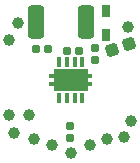
<source format=gbs>
G04*
G04 #@! TF.GenerationSoftware,Altium Limited,Altium Designer,22.11.1 (43)*
G04*
G04 Layer_Color=16711935*
%FSLAX43Y43*%
%MOMM*%
G71*
G04*
G04 #@! TF.SameCoordinates,FB5CEF4A-B6EA-44A6-96C9-558EDDA3D9AB*
G04*
G04*
G04 #@! TF.FilePolarity,Negative*
G04*
G01*
G75*
G04:AMPARAMS|DCode=16|XSize=0.69mm|YSize=0.7mm|CornerRadius=0.124mm|HoleSize=0mm|Usage=FLASHONLY|Rotation=180.000|XOffset=0mm|YOffset=0mm|HoleType=Round|Shape=RoundedRectangle|*
%AMROUNDEDRECTD16*
21,1,0.690,0.453,0,0,180.0*
21,1,0.443,0.700,0,0,180.0*
1,1,0.248,-0.221,0.226*
1,1,0.248,0.221,0.226*
1,1,0.248,0.221,-0.226*
1,1,0.248,-0.221,-0.226*
%
%ADD16ROUNDEDRECTD16*%
G04:AMPARAMS|DCode=17|XSize=0.71mm|YSize=0.7mm|CornerRadius=0.125mm|HoleSize=0mm|Usage=FLASHONLY|Rotation=180.000|XOffset=0mm|YOffset=0mm|HoleType=Round|Shape=RoundedRectangle|*
%AMROUNDEDRECTD17*
21,1,0.710,0.450,0,0,180.0*
21,1,0.460,0.700,0,0,180.0*
1,1,0.250,-0.230,0.225*
1,1,0.250,0.230,0.225*
1,1,0.250,0.230,-0.225*
1,1,0.250,-0.230,-0.225*
%
%ADD17ROUNDEDRECTD17*%
G04:AMPARAMS|DCode=19|XSize=0.71mm|YSize=0.7mm|CornerRadius=0.125mm|HoleSize=0mm|Usage=FLASHONLY|Rotation=90.000|XOffset=0mm|YOffset=0mm|HoleType=Round|Shape=RoundedRectangle|*
%AMROUNDEDRECTD19*
21,1,0.710,0.450,0,0,90.0*
21,1,0.460,0.700,0,0,90.0*
1,1,0.250,0.225,0.230*
1,1,0.250,0.225,-0.230*
1,1,0.250,-0.225,-0.230*
1,1,0.250,-0.225,0.230*
%
%ADD19ROUNDEDRECTD19*%
%ADD21C,1.000*%
G04:AMPARAMS|DCode=46|XSize=1.1mm|YSize=0.68mm|CornerRadius=0.123mm|HoleSize=0mm|Usage=FLASHONLY|Rotation=270.000|XOffset=0mm|YOffset=0mm|HoleType=Round|Shape=RoundedRectangle|*
%AMROUNDEDRECTD46*
21,1,1.100,0.435,0,0,270.0*
21,1,0.855,0.680,0,0,270.0*
1,1,0.245,-0.217,-0.428*
1,1,0.245,-0.217,0.428*
1,1,0.245,0.217,0.428*
1,1,0.245,0.217,-0.428*
%
%ADD46ROUNDEDRECTD46*%
G04:AMPARAMS|DCode=47|XSize=1.04mm|YSize=1.05mm|CornerRadius=0.168mm|HoleSize=0mm|Usage=FLASHONLY|Rotation=20.000|XOffset=0mm|YOffset=0mm|HoleType=Round|Shape=RoundedRectangle|*
%AMROUNDEDRECTD47*
21,1,1.040,0.715,0,0,20.0*
21,1,0.705,1.050,0,0,20.0*
1,1,0.335,0.454,-0.215*
1,1,0.335,-0.209,-0.457*
1,1,0.335,-0.454,0.215*
1,1,0.335,0.209,0.457*
%
%ADD47ROUNDEDRECTD47*%
%ADD48R,0.530X0.330*%
%ADD49R,2.840X1.900*%
G04:AMPARAMS|DCode=50|XSize=0.84mm|YSize=0.42mm|CornerRadius=0.063mm|HoleSize=0mm|Usage=FLASHONLY|Rotation=90.000|XOffset=0mm|YOffset=0mm|HoleType=Round|Shape=RoundedRectangle|*
%AMROUNDEDRECTD50*
21,1,0.840,0.294,0,0,90.0*
21,1,0.714,0.420,0,0,90.0*
1,1,0.126,0.147,0.357*
1,1,0.126,0.147,-0.357*
1,1,0.126,-0.147,-0.357*
1,1,0.126,-0.147,0.357*
%
%ADD50ROUNDEDRECTD50*%
G04:AMPARAMS|DCode=51|XSize=1.3mm|YSize=2.8mm|CornerRadius=0.2mm|HoleSize=0mm|Usage=FLASHONLY|Rotation=0.000|XOffset=0mm|YOffset=0mm|HoleType=Round|Shape=RoundedRectangle|*
%AMROUNDEDRECTD51*
21,1,1.300,2.400,0,0,0.0*
21,1,0.900,2.800,0,0,0.0*
1,1,0.400,0.450,-1.200*
1,1,0.400,-0.450,-1.200*
1,1,0.400,-0.450,1.200*
1,1,0.400,0.450,1.200*
%
%ADD51ROUNDEDRECTD51*%
D16*
X-1925Y2620D02*
D03*
X-2950D02*
D03*
D17*
X675Y2453D02*
D03*
X-325D02*
D03*
D19*
X-32Y-4895D02*
D03*
Y-3895D02*
D03*
X2070Y2694D02*
D03*
Y1694D02*
D03*
D21*
X-3500Y-3000D02*
D03*
X-5200D02*
D03*
X0Y-6200D02*
D03*
X1600Y-5500D02*
D03*
X-3100Y-5000D02*
D03*
X-5200Y3400D02*
D03*
X3101Y-5000D02*
D03*
X-1600Y-5500D02*
D03*
X5100Y-3500D02*
D03*
X-4828Y-4500D02*
D03*
X4500Y-4828D02*
D03*
X-4500Y4828D02*
D03*
X4828Y4500D02*
D03*
D46*
X2979Y5830D02*
D03*
Y3770D02*
D03*
D47*
X3471Y2536D02*
D03*
X4974Y3083D02*
D03*
D48*
X1560Y-325D02*
D03*
Y325D02*
D03*
X-1560Y-325D02*
D03*
Y325D02*
D03*
D49*
X0Y0D02*
D03*
D50*
X-975Y-1520D02*
D03*
X-325D02*
D03*
X325D02*
D03*
X975D02*
D03*
Y1520D02*
D03*
X325D02*
D03*
X-325D02*
D03*
X-975D02*
D03*
D51*
X-2907Y4920D02*
D03*
X1293D02*
D03*
M02*

</source>
